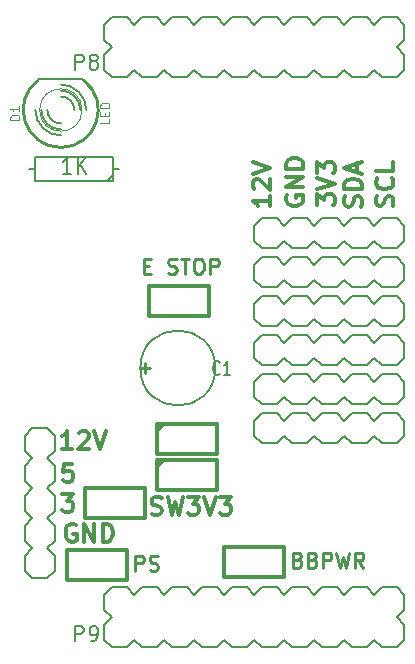
<source format=gto>
G04 (created by PCBNEW (2013-07-07 BZR 4022)-stable) date 3/14/2014 11:35:05 AM*
%MOIN*%
G04 Gerber Fmt 3.4, Leading zero omitted, Abs format*
%FSLAX34Y34*%
G01*
G70*
G90*
G04 APERTURE LIST*
%ADD10C,0.00590551*%
%ADD11C,0.011811*%
%ADD12C,0.01*%
%ADD13C,0.005*%
%ADD14C,0.012*%
%ADD15C,0.00787402*%
%ADD16C,0.008*%
%ADD17C,0.003*%
%ADD18C,0.006*%
%ADD19C,0.01125*%
%ADD20C,0.0035*%
G04 APERTURE END LIST*
G54D10*
G54D11*
X83978Y-80810D02*
X84062Y-80839D01*
X84203Y-80839D01*
X84259Y-80810D01*
X84287Y-80782D01*
X84315Y-80726D01*
X84315Y-80670D01*
X84287Y-80614D01*
X84259Y-80585D01*
X84203Y-80557D01*
X84090Y-80529D01*
X84034Y-80501D01*
X84006Y-80473D01*
X83978Y-80417D01*
X83978Y-80360D01*
X84006Y-80304D01*
X84034Y-80276D01*
X84090Y-80248D01*
X84231Y-80248D01*
X84315Y-80276D01*
X84512Y-80248D02*
X84653Y-80839D01*
X84765Y-80417D01*
X84878Y-80839D01*
X85018Y-80248D01*
X85187Y-80248D02*
X85553Y-80248D01*
X85356Y-80473D01*
X85440Y-80473D01*
X85496Y-80501D01*
X85524Y-80529D01*
X85553Y-80585D01*
X85553Y-80726D01*
X85524Y-80782D01*
X85496Y-80810D01*
X85440Y-80839D01*
X85271Y-80839D01*
X85215Y-80810D01*
X85187Y-80782D01*
X85721Y-80248D02*
X85918Y-80839D01*
X86115Y-80248D01*
X86256Y-80248D02*
X86621Y-80248D01*
X86424Y-80473D01*
X86509Y-80473D01*
X86565Y-80501D01*
X86593Y-80529D01*
X86621Y-80585D01*
X86621Y-80726D01*
X86593Y-80782D01*
X86565Y-80810D01*
X86509Y-80839D01*
X86340Y-80839D01*
X86284Y-80810D01*
X86256Y-80782D01*
G54D12*
X83430Y-82702D02*
X83430Y-82202D01*
X83621Y-82202D01*
X83669Y-82226D01*
X83692Y-82250D01*
X83716Y-82297D01*
X83716Y-82369D01*
X83692Y-82416D01*
X83669Y-82440D01*
X83621Y-82464D01*
X83430Y-82464D01*
X83907Y-82678D02*
X83978Y-82702D01*
X84097Y-82702D01*
X84145Y-82678D01*
X84169Y-82654D01*
X84192Y-82607D01*
X84192Y-82559D01*
X84169Y-82511D01*
X84145Y-82488D01*
X84097Y-82464D01*
X84002Y-82440D01*
X83954Y-82416D01*
X83930Y-82392D01*
X83907Y-82345D01*
X83907Y-82297D01*
X83930Y-82250D01*
X83954Y-82226D01*
X84002Y-82202D01*
X84121Y-82202D01*
X84192Y-82226D01*
X88850Y-82340D02*
X88921Y-82364D01*
X88945Y-82388D01*
X88969Y-82435D01*
X88969Y-82507D01*
X88945Y-82554D01*
X88921Y-82578D01*
X88873Y-82602D01*
X88683Y-82602D01*
X88683Y-82102D01*
X88850Y-82102D01*
X88897Y-82126D01*
X88921Y-82150D01*
X88945Y-82197D01*
X88945Y-82245D01*
X88921Y-82292D01*
X88897Y-82316D01*
X88850Y-82340D01*
X88683Y-82340D01*
X89350Y-82340D02*
X89421Y-82364D01*
X89445Y-82388D01*
X89469Y-82435D01*
X89469Y-82507D01*
X89445Y-82554D01*
X89421Y-82578D01*
X89373Y-82602D01*
X89183Y-82602D01*
X89183Y-82102D01*
X89350Y-82102D01*
X89397Y-82126D01*
X89421Y-82150D01*
X89445Y-82197D01*
X89445Y-82245D01*
X89421Y-82292D01*
X89397Y-82316D01*
X89350Y-82340D01*
X89183Y-82340D01*
X89683Y-82602D02*
X89683Y-82102D01*
X89873Y-82102D01*
X89921Y-82126D01*
X89945Y-82150D01*
X89969Y-82197D01*
X89969Y-82269D01*
X89945Y-82316D01*
X89921Y-82340D01*
X89873Y-82364D01*
X89683Y-82364D01*
X90135Y-82102D02*
X90254Y-82602D01*
X90350Y-82245D01*
X90445Y-82602D01*
X90564Y-82102D01*
X91040Y-82602D02*
X90873Y-82364D01*
X90754Y-82602D02*
X90754Y-82102D01*
X90945Y-82102D01*
X90992Y-82126D01*
X91016Y-82150D01*
X91040Y-82197D01*
X91040Y-82269D01*
X91016Y-82316D01*
X90992Y-82340D01*
X90945Y-82364D01*
X90754Y-82364D01*
X83711Y-72540D02*
X83878Y-72540D01*
X83950Y-72802D02*
X83711Y-72802D01*
X83711Y-72302D01*
X83950Y-72302D01*
X84521Y-72778D02*
X84592Y-72802D01*
X84711Y-72802D01*
X84759Y-72778D01*
X84783Y-72754D01*
X84807Y-72707D01*
X84807Y-72659D01*
X84783Y-72611D01*
X84759Y-72588D01*
X84711Y-72564D01*
X84616Y-72540D01*
X84569Y-72516D01*
X84545Y-72492D01*
X84521Y-72445D01*
X84521Y-72397D01*
X84545Y-72350D01*
X84569Y-72326D01*
X84616Y-72302D01*
X84735Y-72302D01*
X84807Y-72326D01*
X84950Y-72302D02*
X85235Y-72302D01*
X85092Y-72802D02*
X85092Y-72302D01*
X85497Y-72302D02*
X85592Y-72302D01*
X85640Y-72326D01*
X85688Y-72373D01*
X85711Y-72469D01*
X85711Y-72635D01*
X85688Y-72730D01*
X85640Y-72778D01*
X85592Y-72802D01*
X85497Y-72802D01*
X85450Y-72778D01*
X85402Y-72730D01*
X85378Y-72635D01*
X85378Y-72469D01*
X85402Y-72373D01*
X85450Y-72326D01*
X85497Y-72302D01*
X85926Y-72802D02*
X85926Y-72302D01*
X86116Y-72302D01*
X86164Y-72326D01*
X86188Y-72350D01*
X86211Y-72397D01*
X86211Y-72469D01*
X86188Y-72516D01*
X86164Y-72540D01*
X86116Y-72564D01*
X85926Y-72564D01*
G54D11*
X92010Y-70553D02*
X92039Y-70468D01*
X92039Y-70328D01*
X92010Y-70271D01*
X91982Y-70243D01*
X91926Y-70215D01*
X91870Y-70215D01*
X91814Y-70243D01*
X91785Y-70271D01*
X91757Y-70328D01*
X91729Y-70440D01*
X91701Y-70496D01*
X91673Y-70524D01*
X91617Y-70553D01*
X91560Y-70553D01*
X91504Y-70524D01*
X91476Y-70496D01*
X91448Y-70440D01*
X91448Y-70299D01*
X91476Y-70215D01*
X91982Y-69625D02*
X92010Y-69653D01*
X92039Y-69737D01*
X92039Y-69793D01*
X92010Y-69878D01*
X91954Y-69934D01*
X91898Y-69962D01*
X91785Y-69990D01*
X91701Y-69990D01*
X91589Y-69962D01*
X91532Y-69934D01*
X91476Y-69878D01*
X91448Y-69793D01*
X91448Y-69737D01*
X91476Y-69653D01*
X91504Y-69625D01*
X92039Y-69090D02*
X92039Y-69371D01*
X91448Y-69371D01*
X90960Y-70567D02*
X90989Y-70482D01*
X90989Y-70342D01*
X90960Y-70285D01*
X90932Y-70257D01*
X90876Y-70229D01*
X90820Y-70229D01*
X90764Y-70257D01*
X90735Y-70285D01*
X90707Y-70342D01*
X90679Y-70454D01*
X90651Y-70510D01*
X90623Y-70538D01*
X90567Y-70567D01*
X90510Y-70567D01*
X90454Y-70538D01*
X90426Y-70510D01*
X90398Y-70454D01*
X90398Y-70314D01*
X90426Y-70229D01*
X90989Y-69976D02*
X90398Y-69976D01*
X90398Y-69835D01*
X90426Y-69751D01*
X90482Y-69695D01*
X90539Y-69667D01*
X90651Y-69639D01*
X90735Y-69639D01*
X90848Y-69667D01*
X90904Y-69695D01*
X90960Y-69751D01*
X90989Y-69835D01*
X90989Y-69976D01*
X90820Y-69414D02*
X90820Y-69132D01*
X90989Y-69470D02*
X90398Y-69273D01*
X90989Y-69076D01*
X88476Y-70199D02*
X88448Y-70256D01*
X88448Y-70340D01*
X88476Y-70424D01*
X88532Y-70481D01*
X88589Y-70509D01*
X88701Y-70537D01*
X88785Y-70537D01*
X88898Y-70509D01*
X88954Y-70481D01*
X89010Y-70424D01*
X89039Y-70340D01*
X89039Y-70284D01*
X89010Y-70199D01*
X88982Y-70171D01*
X88785Y-70171D01*
X88785Y-70284D01*
X89039Y-69918D02*
X88448Y-69918D01*
X89039Y-69581D01*
X88448Y-69581D01*
X89039Y-69300D02*
X88448Y-69300D01*
X88448Y-69159D01*
X88476Y-69075D01*
X88532Y-69018D01*
X88589Y-68990D01*
X88701Y-68962D01*
X88785Y-68962D01*
X88898Y-68990D01*
X88954Y-69018D01*
X89010Y-69075D01*
X89039Y-69159D01*
X89039Y-69300D01*
X89498Y-70531D02*
X89498Y-70165D01*
X89723Y-70362D01*
X89723Y-70278D01*
X89751Y-70221D01*
X89779Y-70193D01*
X89835Y-70165D01*
X89976Y-70165D01*
X90032Y-70193D01*
X90060Y-70221D01*
X90089Y-70278D01*
X90089Y-70446D01*
X90060Y-70503D01*
X90032Y-70531D01*
X89498Y-69996D02*
X90089Y-69800D01*
X89498Y-69603D01*
X89498Y-69462D02*
X89498Y-69096D01*
X89723Y-69293D01*
X89723Y-69209D01*
X89751Y-69153D01*
X89779Y-69125D01*
X89835Y-69096D01*
X89976Y-69096D01*
X90032Y-69125D01*
X90060Y-69153D01*
X90089Y-69209D01*
X90089Y-69378D01*
X90060Y-69434D01*
X90032Y-69462D01*
X87939Y-70215D02*
X87939Y-70553D01*
X87939Y-70384D02*
X87348Y-70384D01*
X87432Y-70440D01*
X87489Y-70496D01*
X87517Y-70553D01*
X87404Y-69990D02*
X87376Y-69962D01*
X87348Y-69906D01*
X87348Y-69765D01*
X87376Y-69709D01*
X87404Y-69681D01*
X87460Y-69653D01*
X87517Y-69653D01*
X87601Y-69681D01*
X87939Y-70018D01*
X87939Y-69653D01*
X87348Y-69484D02*
X87939Y-69287D01*
X87348Y-69090D01*
X81003Y-80148D02*
X81368Y-80148D01*
X81171Y-80373D01*
X81256Y-80373D01*
X81312Y-80401D01*
X81340Y-80429D01*
X81368Y-80485D01*
X81368Y-80626D01*
X81340Y-80682D01*
X81312Y-80710D01*
X81256Y-80739D01*
X81087Y-80739D01*
X81031Y-80710D01*
X81003Y-80682D01*
X81340Y-79148D02*
X81059Y-79148D01*
X81031Y-79429D01*
X81059Y-79401D01*
X81115Y-79373D01*
X81256Y-79373D01*
X81312Y-79401D01*
X81340Y-79429D01*
X81368Y-79485D01*
X81368Y-79626D01*
X81340Y-79682D01*
X81312Y-79710D01*
X81256Y-79739D01*
X81115Y-79739D01*
X81059Y-79710D01*
X81031Y-79682D01*
X81334Y-78639D02*
X80996Y-78639D01*
X81165Y-78639D02*
X81165Y-78048D01*
X81109Y-78132D01*
X81053Y-78189D01*
X80996Y-78217D01*
X81559Y-78104D02*
X81587Y-78076D01*
X81643Y-78048D01*
X81784Y-78048D01*
X81840Y-78076D01*
X81868Y-78104D01*
X81896Y-78160D01*
X81896Y-78217D01*
X81868Y-78301D01*
X81531Y-78639D01*
X81896Y-78639D01*
X82065Y-78048D02*
X82262Y-78639D01*
X82459Y-78048D01*
X81450Y-81176D02*
X81393Y-81148D01*
X81309Y-81148D01*
X81225Y-81176D01*
X81168Y-81232D01*
X81140Y-81289D01*
X81112Y-81401D01*
X81112Y-81485D01*
X81140Y-81598D01*
X81168Y-81654D01*
X81225Y-81710D01*
X81309Y-81739D01*
X81365Y-81739D01*
X81450Y-81710D01*
X81478Y-81682D01*
X81478Y-81485D01*
X81365Y-81485D01*
X81731Y-81739D02*
X81731Y-81148D01*
X82068Y-81739D01*
X82068Y-81148D01*
X82349Y-81739D02*
X82349Y-81148D01*
X82490Y-81148D01*
X82574Y-81176D01*
X82631Y-81232D01*
X82659Y-81289D01*
X82687Y-81401D01*
X82687Y-81485D01*
X82659Y-81598D01*
X82631Y-81654D01*
X82574Y-81710D01*
X82490Y-81739D01*
X82349Y-81739D01*
G54D13*
X86100Y-75950D02*
G75*
G03X86100Y-75950I-1250J0D01*
G74*
G01*
G54D14*
X84170Y-77800D02*
X86150Y-77800D01*
X86150Y-77800D02*
X86150Y-78800D01*
X86150Y-78800D02*
X84150Y-78800D01*
X84150Y-78800D02*
X84150Y-77800D01*
X84150Y-78050D02*
X84400Y-77800D01*
X84170Y-79000D02*
X86150Y-79000D01*
X86150Y-79000D02*
X86150Y-80000D01*
X86150Y-80000D02*
X84150Y-80000D01*
X84150Y-80000D02*
X84150Y-79000D01*
X84150Y-79250D02*
X84400Y-79000D01*
X88400Y-81900D02*
X88400Y-82900D01*
X88400Y-82900D02*
X86400Y-82900D01*
X86400Y-82900D02*
X86400Y-81900D01*
X86400Y-81900D02*
X88400Y-81900D01*
X83150Y-82000D02*
X83150Y-83000D01*
X83150Y-83000D02*
X81150Y-83000D01*
X81150Y-83000D02*
X81150Y-82000D01*
X81150Y-82000D02*
X83150Y-82000D01*
X85900Y-73200D02*
X85900Y-74200D01*
X85900Y-74200D02*
X83900Y-74200D01*
X83900Y-74200D02*
X83900Y-73200D01*
X83900Y-73200D02*
X85900Y-73200D01*
G54D15*
X91150Y-85250D02*
X91400Y-85000D01*
X91400Y-85000D02*
X91650Y-85250D01*
X91650Y-85250D02*
X92150Y-85250D01*
X91150Y-83250D02*
X91400Y-83500D01*
X91400Y-83500D02*
X91650Y-83250D01*
X91650Y-83250D02*
X92150Y-83250D01*
X90150Y-85250D02*
X90400Y-85000D01*
X90400Y-85000D02*
X90650Y-85250D01*
X90650Y-85250D02*
X91150Y-85250D01*
X90150Y-83250D02*
X90400Y-83500D01*
X90400Y-83500D02*
X90650Y-83250D01*
X90650Y-83250D02*
X91150Y-83250D01*
X88650Y-83250D02*
X89150Y-83250D01*
X89150Y-83250D02*
X89400Y-83500D01*
X89400Y-83500D02*
X89650Y-83250D01*
X88650Y-85250D02*
X89150Y-85250D01*
X89150Y-85250D02*
X89400Y-85000D01*
X89400Y-85000D02*
X89650Y-85250D01*
X88150Y-83250D02*
X88400Y-83500D01*
X88400Y-83500D02*
X88650Y-83250D01*
X89650Y-83250D02*
X90150Y-83250D01*
X88150Y-85250D02*
X88400Y-85000D01*
X88400Y-85000D02*
X88650Y-85250D01*
X89650Y-85250D02*
X90150Y-85250D01*
X87150Y-83250D02*
X87400Y-83500D01*
X87400Y-83500D02*
X87650Y-83250D01*
X87650Y-83250D02*
X88150Y-83250D01*
X87150Y-85250D02*
X87400Y-85000D01*
X87400Y-85000D02*
X87650Y-85250D01*
X87650Y-85250D02*
X88150Y-85250D01*
X85650Y-85250D02*
X86150Y-85250D01*
X86150Y-85250D02*
X86400Y-85000D01*
X86400Y-85000D02*
X86650Y-85250D01*
X85650Y-83250D02*
X86150Y-83250D01*
X86150Y-83250D02*
X86400Y-83500D01*
X86400Y-83500D02*
X86650Y-83250D01*
X85150Y-85250D02*
X85400Y-85000D01*
X85400Y-85000D02*
X85650Y-85250D01*
X86650Y-85250D02*
X87150Y-85250D01*
X85150Y-83250D02*
X85400Y-83500D01*
X85400Y-83500D02*
X85650Y-83250D01*
X86650Y-83250D02*
X87150Y-83250D01*
X84150Y-85250D02*
X84400Y-85000D01*
X84400Y-85000D02*
X84650Y-85250D01*
X84650Y-85250D02*
X85150Y-85250D01*
X84150Y-83250D02*
X84400Y-83500D01*
X84400Y-83500D02*
X84650Y-83250D01*
X84650Y-83250D02*
X85150Y-83250D01*
X92400Y-83500D02*
X92400Y-84000D01*
X92400Y-84000D02*
X92150Y-84250D01*
X92150Y-84250D02*
X92400Y-84500D01*
X92400Y-84500D02*
X92400Y-85000D01*
X82400Y-83500D02*
X82400Y-84000D01*
X82400Y-84000D02*
X82650Y-84250D01*
X82650Y-84250D02*
X82400Y-84500D01*
X82400Y-84500D02*
X82400Y-85000D01*
X82400Y-83500D02*
X82650Y-83250D01*
X82650Y-83250D02*
X83150Y-83250D01*
X83150Y-83250D02*
X83400Y-83500D01*
X83400Y-83500D02*
X83650Y-83250D01*
X83650Y-83250D02*
X84150Y-83250D01*
X92150Y-83250D02*
X92400Y-83500D01*
X92400Y-85000D02*
X92150Y-85250D01*
X84150Y-85250D02*
X83650Y-85250D01*
X83650Y-85250D02*
X83400Y-85000D01*
X83400Y-85000D02*
X83150Y-85250D01*
X83150Y-85250D02*
X82650Y-85250D01*
X82650Y-85250D02*
X82400Y-85000D01*
X91150Y-66250D02*
X91400Y-66000D01*
X91400Y-66000D02*
X91650Y-66250D01*
X91650Y-66250D02*
X92150Y-66250D01*
X91150Y-64250D02*
X91400Y-64500D01*
X91400Y-64500D02*
X91650Y-64250D01*
X91650Y-64250D02*
X92150Y-64250D01*
X90150Y-66250D02*
X90400Y-66000D01*
X90400Y-66000D02*
X90650Y-66250D01*
X90650Y-66250D02*
X91150Y-66250D01*
X90150Y-64250D02*
X90400Y-64500D01*
X90400Y-64500D02*
X90650Y-64250D01*
X90650Y-64250D02*
X91150Y-64250D01*
X88650Y-64250D02*
X89150Y-64250D01*
X89150Y-64250D02*
X89400Y-64500D01*
X89400Y-64500D02*
X89650Y-64250D01*
X88650Y-66250D02*
X89150Y-66250D01*
X89150Y-66250D02*
X89400Y-66000D01*
X89400Y-66000D02*
X89650Y-66250D01*
X88150Y-64250D02*
X88400Y-64500D01*
X88400Y-64500D02*
X88650Y-64250D01*
X89650Y-64250D02*
X90150Y-64250D01*
X88150Y-66250D02*
X88400Y-66000D01*
X88400Y-66000D02*
X88650Y-66250D01*
X89650Y-66250D02*
X90150Y-66250D01*
X87150Y-64250D02*
X87400Y-64500D01*
X87400Y-64500D02*
X87650Y-64250D01*
X87650Y-64250D02*
X88150Y-64250D01*
X87150Y-66250D02*
X87400Y-66000D01*
X87400Y-66000D02*
X87650Y-66250D01*
X87650Y-66250D02*
X88150Y-66250D01*
X85650Y-66250D02*
X86150Y-66250D01*
X86150Y-66250D02*
X86400Y-66000D01*
X86400Y-66000D02*
X86650Y-66250D01*
X85650Y-64250D02*
X86150Y-64250D01*
X86150Y-64250D02*
X86400Y-64500D01*
X86400Y-64500D02*
X86650Y-64250D01*
X85150Y-66250D02*
X85400Y-66000D01*
X85400Y-66000D02*
X85650Y-66250D01*
X86650Y-66250D02*
X87150Y-66250D01*
X85150Y-64250D02*
X85400Y-64500D01*
X85400Y-64500D02*
X85650Y-64250D01*
X86650Y-64250D02*
X87150Y-64250D01*
X84150Y-66250D02*
X84400Y-66000D01*
X84400Y-66000D02*
X84650Y-66250D01*
X84650Y-66250D02*
X85150Y-66250D01*
X84150Y-64250D02*
X84400Y-64500D01*
X84400Y-64500D02*
X84650Y-64250D01*
X84650Y-64250D02*
X85150Y-64250D01*
X92400Y-64500D02*
X92400Y-65000D01*
X92400Y-65000D02*
X92150Y-65250D01*
X92150Y-65250D02*
X92400Y-65500D01*
X92400Y-65500D02*
X92400Y-66000D01*
X82400Y-64500D02*
X82400Y-65000D01*
X82400Y-65000D02*
X82650Y-65250D01*
X82650Y-65250D02*
X82400Y-65500D01*
X82400Y-65500D02*
X82400Y-66000D01*
X82400Y-64500D02*
X82650Y-64250D01*
X82650Y-64250D02*
X83150Y-64250D01*
X83150Y-64250D02*
X83400Y-64500D01*
X83400Y-64500D02*
X83650Y-64250D01*
X83650Y-64250D02*
X84150Y-64250D01*
X92150Y-64250D02*
X92400Y-64500D01*
X92400Y-66000D02*
X92150Y-66250D01*
X84150Y-66250D02*
X83650Y-66250D01*
X83650Y-66250D02*
X83400Y-66000D01*
X83400Y-66000D02*
X83150Y-66250D01*
X83150Y-66250D02*
X82650Y-66250D01*
X82650Y-66250D02*
X82400Y-66000D01*
G54D14*
X83750Y-79950D02*
X83750Y-80950D01*
X83750Y-80950D02*
X81750Y-80950D01*
X81750Y-80950D02*
X81750Y-79950D01*
X81750Y-79950D02*
X83750Y-79950D01*
G54D15*
X79750Y-82700D02*
X80000Y-82950D01*
X80000Y-82950D02*
X80500Y-82950D01*
X80500Y-82950D02*
X80750Y-82700D01*
X80750Y-82700D02*
X80750Y-82200D01*
X80750Y-82200D02*
X80500Y-81950D01*
X80500Y-81950D02*
X80750Y-81700D01*
X80750Y-81700D02*
X80750Y-81200D01*
X80750Y-81200D02*
X80500Y-80950D01*
X80500Y-80950D02*
X80750Y-80700D01*
X80750Y-80700D02*
X80750Y-80200D01*
X80750Y-80200D02*
X80500Y-79950D01*
X80500Y-79950D02*
X80750Y-79700D01*
X80750Y-79700D02*
X80750Y-79200D01*
X80750Y-79200D02*
X80500Y-78950D01*
X80500Y-78950D02*
X80750Y-78700D01*
X80750Y-78700D02*
X80750Y-78200D01*
X80750Y-78200D02*
X80500Y-77950D01*
X80500Y-77950D02*
X80000Y-77950D01*
X80000Y-77950D02*
X79750Y-78200D01*
X79750Y-78200D02*
X79750Y-78700D01*
X79750Y-78700D02*
X80000Y-78950D01*
X80000Y-78950D02*
X79750Y-79200D01*
X79750Y-79200D02*
X79750Y-79700D01*
X79750Y-79700D02*
X80000Y-79950D01*
X80000Y-79950D02*
X79750Y-80200D01*
X79750Y-80200D02*
X79750Y-80700D01*
X79750Y-80700D02*
X80000Y-80950D01*
X80000Y-80950D02*
X79750Y-81200D01*
X79750Y-81200D02*
X79750Y-81700D01*
X79750Y-81700D02*
X80000Y-81950D01*
X80000Y-81950D02*
X79750Y-82200D01*
X79750Y-82200D02*
X79750Y-82700D01*
X87650Y-70950D02*
X87400Y-71200D01*
X87400Y-71200D02*
X87400Y-71700D01*
X87400Y-71700D02*
X87650Y-71950D01*
X87650Y-71950D02*
X88150Y-71950D01*
X88150Y-71950D02*
X88400Y-71700D01*
X88400Y-71700D02*
X88650Y-71950D01*
X88650Y-71950D02*
X89150Y-71950D01*
X89150Y-71950D02*
X89400Y-71700D01*
X89400Y-71700D02*
X89650Y-71950D01*
X89650Y-71950D02*
X90150Y-71950D01*
X90150Y-71950D02*
X90400Y-71700D01*
X90400Y-71700D02*
X90650Y-71950D01*
X90650Y-71950D02*
X91150Y-71950D01*
X91150Y-71950D02*
X91400Y-71700D01*
X91400Y-71700D02*
X91650Y-71950D01*
X91650Y-71950D02*
X92150Y-71950D01*
X92150Y-71950D02*
X92400Y-71700D01*
X92400Y-71700D02*
X92400Y-71200D01*
X92400Y-71200D02*
X92150Y-70950D01*
X92150Y-70950D02*
X91650Y-70950D01*
X91650Y-70950D02*
X91400Y-71200D01*
X91400Y-71200D02*
X91150Y-70950D01*
X91150Y-70950D02*
X90650Y-70950D01*
X90650Y-70950D02*
X90400Y-71200D01*
X90400Y-71200D02*
X90150Y-70950D01*
X90150Y-70950D02*
X89650Y-70950D01*
X89650Y-70950D02*
X89400Y-71200D01*
X89400Y-71200D02*
X89150Y-70950D01*
X89150Y-70950D02*
X88650Y-70950D01*
X88650Y-70950D02*
X88400Y-71200D01*
X88400Y-71200D02*
X88150Y-70950D01*
X88150Y-70950D02*
X87650Y-70950D01*
X87650Y-72250D02*
X87400Y-72500D01*
X87400Y-72500D02*
X87400Y-73000D01*
X87400Y-73000D02*
X87650Y-73250D01*
X87650Y-73250D02*
X88150Y-73250D01*
X88150Y-73250D02*
X88400Y-73000D01*
X88400Y-73000D02*
X88650Y-73250D01*
X88650Y-73250D02*
X89150Y-73250D01*
X89150Y-73250D02*
X89400Y-73000D01*
X89400Y-73000D02*
X89650Y-73250D01*
X89650Y-73250D02*
X90150Y-73250D01*
X90150Y-73250D02*
X90400Y-73000D01*
X90400Y-73000D02*
X90650Y-73250D01*
X90650Y-73250D02*
X91150Y-73250D01*
X91150Y-73250D02*
X91400Y-73000D01*
X91400Y-73000D02*
X91650Y-73250D01*
X91650Y-73250D02*
X92150Y-73250D01*
X92150Y-73250D02*
X92400Y-73000D01*
X92400Y-73000D02*
X92400Y-72500D01*
X92400Y-72500D02*
X92150Y-72250D01*
X92150Y-72250D02*
X91650Y-72250D01*
X91650Y-72250D02*
X91400Y-72500D01*
X91400Y-72500D02*
X91150Y-72250D01*
X91150Y-72250D02*
X90650Y-72250D01*
X90650Y-72250D02*
X90400Y-72500D01*
X90400Y-72500D02*
X90150Y-72250D01*
X90150Y-72250D02*
X89650Y-72250D01*
X89650Y-72250D02*
X89400Y-72500D01*
X89400Y-72500D02*
X89150Y-72250D01*
X89150Y-72250D02*
X88650Y-72250D01*
X88650Y-72250D02*
X88400Y-72500D01*
X88400Y-72500D02*
X88150Y-72250D01*
X88150Y-72250D02*
X87650Y-72250D01*
X87650Y-73550D02*
X87400Y-73800D01*
X87400Y-73800D02*
X87400Y-74300D01*
X87400Y-74300D02*
X87650Y-74550D01*
X87650Y-74550D02*
X88150Y-74550D01*
X88150Y-74550D02*
X88400Y-74300D01*
X88400Y-74300D02*
X88650Y-74550D01*
X88650Y-74550D02*
X89150Y-74550D01*
X89150Y-74550D02*
X89400Y-74300D01*
X89400Y-74300D02*
X89650Y-74550D01*
X89650Y-74550D02*
X90150Y-74550D01*
X90150Y-74550D02*
X90400Y-74300D01*
X90400Y-74300D02*
X90650Y-74550D01*
X90650Y-74550D02*
X91150Y-74550D01*
X91150Y-74550D02*
X91400Y-74300D01*
X91400Y-74300D02*
X91650Y-74550D01*
X91650Y-74550D02*
X92150Y-74550D01*
X92150Y-74550D02*
X92400Y-74300D01*
X92400Y-74300D02*
X92400Y-73800D01*
X92400Y-73800D02*
X92150Y-73550D01*
X92150Y-73550D02*
X91650Y-73550D01*
X91650Y-73550D02*
X91400Y-73800D01*
X91400Y-73800D02*
X91150Y-73550D01*
X91150Y-73550D02*
X90650Y-73550D01*
X90650Y-73550D02*
X90400Y-73800D01*
X90400Y-73800D02*
X90150Y-73550D01*
X90150Y-73550D02*
X89650Y-73550D01*
X89650Y-73550D02*
X89400Y-73800D01*
X89400Y-73800D02*
X89150Y-73550D01*
X89150Y-73550D02*
X88650Y-73550D01*
X88650Y-73550D02*
X88400Y-73800D01*
X88400Y-73800D02*
X88150Y-73550D01*
X88150Y-73550D02*
X87650Y-73550D01*
X87650Y-74850D02*
X87400Y-75100D01*
X87400Y-75100D02*
X87400Y-75600D01*
X87400Y-75600D02*
X87650Y-75850D01*
X87650Y-75850D02*
X88150Y-75850D01*
X88150Y-75850D02*
X88400Y-75600D01*
X88400Y-75600D02*
X88650Y-75850D01*
X88650Y-75850D02*
X89150Y-75850D01*
X89150Y-75850D02*
X89400Y-75600D01*
X89400Y-75600D02*
X89650Y-75850D01*
X89650Y-75850D02*
X90150Y-75850D01*
X90150Y-75850D02*
X90400Y-75600D01*
X90400Y-75600D02*
X90650Y-75850D01*
X90650Y-75850D02*
X91150Y-75850D01*
X91150Y-75850D02*
X91400Y-75600D01*
X91400Y-75600D02*
X91650Y-75850D01*
X91650Y-75850D02*
X92150Y-75850D01*
X92150Y-75850D02*
X92400Y-75600D01*
X92400Y-75600D02*
X92400Y-75100D01*
X92400Y-75100D02*
X92150Y-74850D01*
X92150Y-74850D02*
X91650Y-74850D01*
X91650Y-74850D02*
X91400Y-75100D01*
X91400Y-75100D02*
X91150Y-74850D01*
X91150Y-74850D02*
X90650Y-74850D01*
X90650Y-74850D02*
X90400Y-75100D01*
X90400Y-75100D02*
X90150Y-74850D01*
X90150Y-74850D02*
X89650Y-74850D01*
X89650Y-74850D02*
X89400Y-75100D01*
X89400Y-75100D02*
X89150Y-74850D01*
X89150Y-74850D02*
X88650Y-74850D01*
X88650Y-74850D02*
X88400Y-75100D01*
X88400Y-75100D02*
X88150Y-74850D01*
X88150Y-74850D02*
X87650Y-74850D01*
X87650Y-76150D02*
X87400Y-76400D01*
X87400Y-76400D02*
X87400Y-76900D01*
X87400Y-76900D02*
X87650Y-77150D01*
X87650Y-77150D02*
X88150Y-77150D01*
X88150Y-77150D02*
X88400Y-76900D01*
X88400Y-76900D02*
X88650Y-77150D01*
X88650Y-77150D02*
X89150Y-77150D01*
X89150Y-77150D02*
X89400Y-76900D01*
X89400Y-76900D02*
X89650Y-77150D01*
X89650Y-77150D02*
X90150Y-77150D01*
X90150Y-77150D02*
X90400Y-76900D01*
X90400Y-76900D02*
X90650Y-77150D01*
X90650Y-77150D02*
X91150Y-77150D01*
X91150Y-77150D02*
X91400Y-76900D01*
X91400Y-76900D02*
X91650Y-77150D01*
X91650Y-77150D02*
X92150Y-77150D01*
X92150Y-77150D02*
X92400Y-76900D01*
X92400Y-76900D02*
X92400Y-76400D01*
X92400Y-76400D02*
X92150Y-76150D01*
X92150Y-76150D02*
X91650Y-76150D01*
X91650Y-76150D02*
X91400Y-76400D01*
X91400Y-76400D02*
X91150Y-76150D01*
X91150Y-76150D02*
X90650Y-76150D01*
X90650Y-76150D02*
X90400Y-76400D01*
X90400Y-76400D02*
X90150Y-76150D01*
X90150Y-76150D02*
X89650Y-76150D01*
X89650Y-76150D02*
X89400Y-76400D01*
X89400Y-76400D02*
X89150Y-76150D01*
X89150Y-76150D02*
X88650Y-76150D01*
X88650Y-76150D02*
X88400Y-76400D01*
X88400Y-76400D02*
X88150Y-76150D01*
X88150Y-76150D02*
X87650Y-76150D01*
X87650Y-77450D02*
X87400Y-77700D01*
X87400Y-77700D02*
X87400Y-78200D01*
X87400Y-78200D02*
X87650Y-78450D01*
X87650Y-78450D02*
X88150Y-78450D01*
X88150Y-78450D02*
X88400Y-78200D01*
X88400Y-78200D02*
X88650Y-78450D01*
X88650Y-78450D02*
X89150Y-78450D01*
X89150Y-78450D02*
X89400Y-78200D01*
X89400Y-78200D02*
X89650Y-78450D01*
X89650Y-78450D02*
X90150Y-78450D01*
X90150Y-78450D02*
X90400Y-78200D01*
X90400Y-78200D02*
X90650Y-78450D01*
X90650Y-78450D02*
X91150Y-78450D01*
X91150Y-78450D02*
X91400Y-78200D01*
X91400Y-78200D02*
X91650Y-78450D01*
X91650Y-78450D02*
X92150Y-78450D01*
X92150Y-78450D02*
X92400Y-78200D01*
X92400Y-78200D02*
X92400Y-77700D01*
X92400Y-77700D02*
X92150Y-77450D01*
X92150Y-77450D02*
X91650Y-77450D01*
X91650Y-77450D02*
X91400Y-77700D01*
X91400Y-77700D02*
X91150Y-77450D01*
X91150Y-77450D02*
X90650Y-77450D01*
X90650Y-77450D02*
X90400Y-77700D01*
X90400Y-77700D02*
X90150Y-77450D01*
X90150Y-77450D02*
X89650Y-77450D01*
X89650Y-77450D02*
X89400Y-77700D01*
X89400Y-77700D02*
X89150Y-77450D01*
X89150Y-77450D02*
X88650Y-77450D01*
X88650Y-77450D02*
X88400Y-77700D01*
X88400Y-77700D02*
X88150Y-77450D01*
X88150Y-77450D02*
X87650Y-77450D01*
G54D16*
X81700Y-66330D02*
X80200Y-66330D01*
G54D17*
X81657Y-67350D02*
G75*
G03X81657Y-67350I-707J0D01*
G74*
G01*
G54D12*
X80199Y-66350D02*
G75*
G03X81700Y-66350I750J-999D01*
G74*
G01*
G54D18*
X80500Y-67350D02*
G75*
G03X80950Y-67800I450J0D01*
G74*
G01*
X81400Y-67350D02*
G75*
G03X80950Y-66900I-450J0D01*
G74*
G01*
X80300Y-67350D02*
G75*
G03X80950Y-68000I650J0D01*
G74*
G01*
X81600Y-67350D02*
G75*
G03X80950Y-66700I-650J0D01*
G74*
G01*
X80100Y-67350D02*
G75*
G03X80950Y-68200I850J0D01*
G74*
G01*
X81800Y-67350D02*
G75*
G03X80950Y-66500I-850J0D01*
G74*
G01*
G54D16*
X82900Y-69300D02*
X82700Y-69300D01*
X79900Y-69300D02*
X80100Y-69300D01*
X80100Y-69300D02*
X80100Y-69700D01*
X80100Y-69700D02*
X82700Y-69700D01*
X82700Y-69700D02*
X82700Y-68900D01*
X82700Y-68900D02*
X80100Y-68900D01*
X80100Y-68900D02*
X80100Y-69300D01*
X82700Y-69500D02*
X82500Y-69700D01*
X86241Y-76139D02*
X86225Y-76160D01*
X86175Y-76182D01*
X86141Y-76182D01*
X86091Y-76160D01*
X86058Y-76117D01*
X86041Y-76075D01*
X86025Y-75989D01*
X86025Y-75925D01*
X86041Y-75839D01*
X86058Y-75796D01*
X86091Y-75753D01*
X86141Y-75732D01*
X86175Y-75732D01*
X86225Y-75753D01*
X86241Y-75775D01*
X86575Y-76182D02*
X86375Y-76182D01*
X86475Y-76182D02*
X86475Y-75732D01*
X86441Y-75796D01*
X86408Y-75839D01*
X86375Y-75860D01*
G54D19*
X83578Y-75960D02*
X83921Y-75960D01*
X83750Y-76132D02*
X83750Y-75789D01*
G54D15*
X81430Y-85052D02*
X81430Y-84552D01*
X81621Y-84552D01*
X81669Y-84576D01*
X81692Y-84600D01*
X81716Y-84647D01*
X81716Y-84719D01*
X81692Y-84766D01*
X81669Y-84790D01*
X81621Y-84814D01*
X81430Y-84814D01*
X81954Y-85052D02*
X82050Y-85052D01*
X82097Y-85028D01*
X82121Y-85004D01*
X82169Y-84933D01*
X82192Y-84838D01*
X82192Y-84647D01*
X82169Y-84600D01*
X82145Y-84576D01*
X82097Y-84552D01*
X82002Y-84552D01*
X81954Y-84576D01*
X81930Y-84600D01*
X81907Y-84647D01*
X81907Y-84766D01*
X81930Y-84814D01*
X81954Y-84838D01*
X82002Y-84861D01*
X82097Y-84861D01*
X82145Y-84838D01*
X82169Y-84814D01*
X82192Y-84766D01*
X81430Y-66002D02*
X81430Y-65502D01*
X81621Y-65502D01*
X81669Y-65526D01*
X81692Y-65550D01*
X81716Y-65597D01*
X81716Y-65669D01*
X81692Y-65716D01*
X81669Y-65740D01*
X81621Y-65764D01*
X81430Y-65764D01*
X82002Y-65716D02*
X81954Y-65692D01*
X81930Y-65669D01*
X81907Y-65621D01*
X81907Y-65597D01*
X81930Y-65550D01*
X81954Y-65526D01*
X82002Y-65502D01*
X82097Y-65502D01*
X82145Y-65526D01*
X82169Y-65550D01*
X82192Y-65597D01*
X82192Y-65621D01*
X82169Y-65669D01*
X82145Y-65692D01*
X82097Y-65716D01*
X82002Y-65716D01*
X81954Y-65740D01*
X81930Y-65764D01*
X81907Y-65811D01*
X81907Y-65907D01*
X81930Y-65954D01*
X81954Y-65978D01*
X82002Y-66002D01*
X82097Y-66002D01*
X82145Y-65978D01*
X82169Y-65954D01*
X82192Y-65907D01*
X82192Y-65811D01*
X82169Y-65764D01*
X82145Y-65740D01*
X82097Y-65716D01*
G54D20*
X79571Y-67671D02*
X79271Y-67671D01*
X79271Y-67600D01*
X79285Y-67557D01*
X79314Y-67528D01*
X79342Y-67514D01*
X79400Y-67500D01*
X79442Y-67500D01*
X79500Y-67514D01*
X79528Y-67528D01*
X79557Y-67557D01*
X79571Y-67600D01*
X79571Y-67671D01*
X79571Y-67214D02*
X79571Y-67385D01*
X79571Y-67300D02*
X79271Y-67300D01*
X79314Y-67328D01*
X79342Y-67357D01*
X79357Y-67385D01*
X82571Y-67642D02*
X82571Y-67785D01*
X82271Y-67785D01*
X82414Y-67542D02*
X82414Y-67442D01*
X82571Y-67400D02*
X82571Y-67542D01*
X82271Y-67542D01*
X82271Y-67400D01*
X82571Y-67271D02*
X82271Y-67271D01*
X82271Y-67200D01*
X82285Y-67157D01*
X82314Y-67128D01*
X82342Y-67114D01*
X82400Y-67100D01*
X82442Y-67100D01*
X82500Y-67114D01*
X82528Y-67128D01*
X82557Y-67157D01*
X82571Y-67200D01*
X82571Y-67271D01*
G54D16*
X81292Y-69472D02*
X81007Y-69472D01*
X81150Y-69472D02*
X81150Y-68922D01*
X81102Y-69001D01*
X81054Y-69053D01*
X81007Y-69079D01*
X81507Y-69472D02*
X81507Y-68922D01*
X81792Y-69472D02*
X81578Y-69158D01*
X81792Y-68922D02*
X81507Y-69236D01*
M02*

</source>
